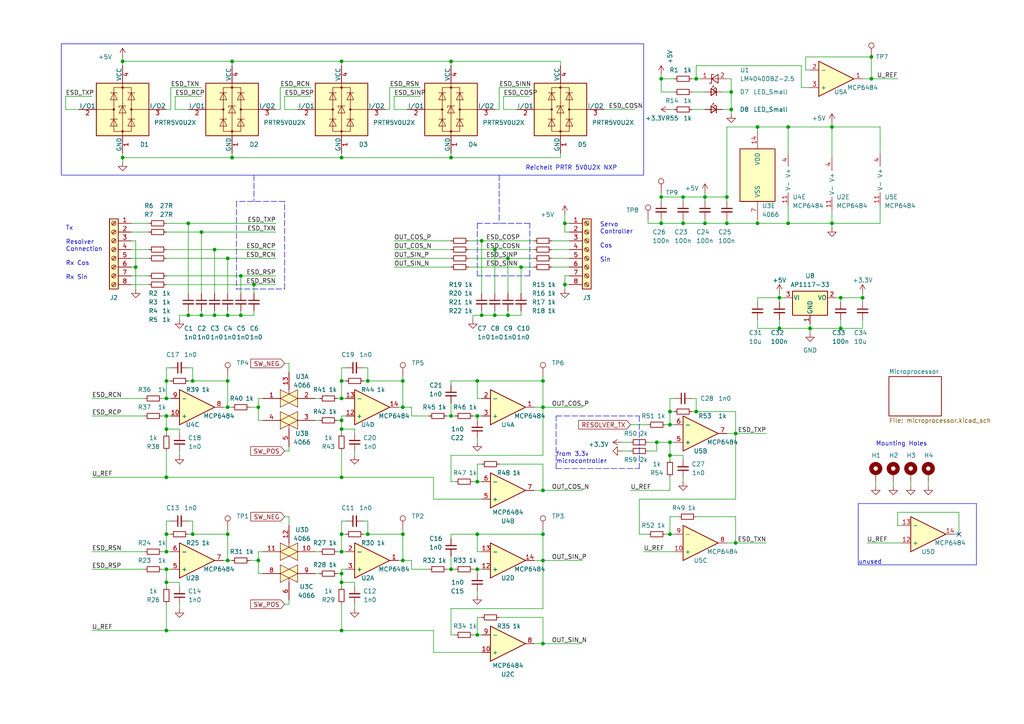
<source format=kicad_sch>
(kicad_sch (version 20221206) (generator eeschema)
  (paper "A4")
  (junction (at 138.43 110.49))
  (junction (at 157.48 154.94))
  (junction (at 190.5 128.27))
  (junction (at 157.48 162.56))
  (junction (at 228.6 64.77))
  (junction (at 48.26 120.65))
  (junction (at 67.31 17.78))
  (junction (at 48.26 168.91))
  (junction (at 210.82 64.77))
  (junction (at 143.51 91.44))
  (junction (at 66.04 91.44))
  (junction (at 219.71 64.77))
  (junction (at 66.04 74.93))
  (junction (at 198.12 64.77))
  (junction (at 147.32 91.44))
  (junction (at 138.43 184.15))
  (junction (at 48.26 182.88))
  (junction (at 116.84 118.11))
  (junction (at 143.51 72.39))
  (junction (at 138.43 120.65))
  (junction (at 241.3 36.83))
  (junction (at 99.06 17.78))
  (junction (at 99.06 121.92))
  (junction (at 204.47 64.77))
  (junction (at 157.48 142.24))
  (junction (at 210.82 57.15))
  (junction (at 106.68 154.94))
  (junction (at 212.09 31.75))
  (junction (at 69.85 91.44))
  (junction (at 234.95 95.25))
  (junction (at 74.93 118.11))
  (junction (at 99.06 110.49))
  (junction (at 163.83 82.55))
  (junction (at 99.06 166.37))
  (junction (at 157.48 118.11))
  (junction (at 99.06 154.94))
  (junction (at 130.81 120.65))
  (junction (at 99.06 160.02))
  (junction (at 213.36 157.48))
  (junction (at 151.13 77.47))
  (junction (at 99.06 45.72))
  (junction (at 194.31 132.08))
  (junction (at 194.31 123.19))
  (junction (at 226.06 86.36))
  (junction (at 99.06 124.46))
  (junction (at 55.88 154.94))
  (junction (at 252.73 22.86))
  (junction (at 228.6 36.83))
  (junction (at 139.7 69.85))
  (junction (at 58.42 91.44))
  (junction (at 74.93 162.56))
  (junction (at 66.04 154.94))
  (junction (at 69.85 80.01))
  (junction (at 35.56 45.72))
  (junction (at 130.81 45.72))
  (junction (at 116.84 154.94))
  (junction (at 243.84 95.25))
  (junction (at 201.93 119.38))
  (junction (at 48.26 154.94))
  (junction (at 194.31 154.94))
  (junction (at 157.48 186.69))
  (junction (at 138.43 139.7))
  (junction (at 99.06 115.57))
  (junction (at 73.66 82.55))
  (junction (at 54.61 91.44))
  (junction (at 48.26 124.46))
  (junction (at 99.06 138.43))
  (junction (at 48.26 110.49))
  (junction (at 252.73 16.51))
  (junction (at 48.26 165.1))
  (junction (at 55.88 110.49))
  (junction (at 191.77 64.77))
  (junction (at 48.26 115.57))
  (junction (at 66.04 118.11))
  (junction (at 138.43 165.1))
  (junction (at 99.06 168.91))
  (junction (at 66.04 110.49))
  (junction (at 66.04 162.56))
  (junction (at 54.61 64.77))
  (junction (at 194.31 128.27))
  (junction (at 213.36 125.73))
  (junction (at 250.19 86.36))
  (junction (at 130.81 17.78))
  (junction (at 163.83 64.77))
  (junction (at 194.31 119.38))
  (junction (at 116.84 162.56))
  (junction (at 99.06 182.88))
  (junction (at 130.81 165.1))
  (junction (at 201.93 22.86))
  (junction (at 191.77 22.86))
  (junction (at 198.12 57.15))
  (junction (at 35.56 17.78))
  (junction (at 204.47 57.15))
  (junction (at 58.42 67.31))
  (junction (at 39.37 77.47))
  (junction (at 116.84 110.49))
  (junction (at 226.06 95.25))
  (junction (at 106.68 110.49))
  (junction (at 191.77 57.15))
  (junction (at 62.23 72.39))
  (junction (at 48.26 160.02))
  (junction (at 48.26 138.43))
  (junction (at 212.09 26.67))
  (junction (at 243.84 86.36))
  (junction (at 139.7 91.44))
  (junction (at 147.32 74.93))
  (junction (at 241.3 64.77))
  (junction (at 62.23 91.44))
  (junction (at 157.48 110.49))
  (junction (at 67.31 45.72))
  (junction (at 138.43 154.94))
  (junction (at 219.71 36.83))
  (no_connect (at 278.13 154.94))
  (wire (pts (xy 210.82 125.73) (xy 213.36 125.73)))
  (wire (pts (xy 62.23 91.44) (xy 58.42 91.44)))
  (wire (pts (xy 198.12 133.35) (xy 198.12 132.08)))
  (wire (pts (xy 48.26 138.43) (xy 99.06 138.43)))
  (wire (pts (xy 114.3 31.75) (xy 114.3 27.94)))
  (wire (pts (xy 138.43 165.1) (xy 138.43 166.37)))
  (wire (pts (xy 138.43 154.94) (xy 157.48 154.94)))
  (wire (pts (xy 165.1 64.77) (xy 163.83 64.77)))
  (wire (pts (xy 66.04 118.11) (xy 67.31 118.11)))
  (wire (pts (xy 35.56 17.78) (xy 35.56 19.05)))
  (wire (pts (xy 186.69 160.02) (xy 195.58 160.02)))
  (wire (pts (xy 198.12 138.43) (xy 198.12 139.7)))
  (polyline (pts (xy 153.67 64.77) (xy 138.43 64.77)) (stroke (width 0) (type dash)))
  (wire (pts (xy 74.93 160.02) (xy 76.2 160.02)))
  (wire (pts (xy 83.82 152.4) (xy 83.82 149.86)))
  (wire (pts (xy 58.42 90.17) (xy 58.42 91.44)))
  (wire (pts (xy 81.28 31.75) (xy 81.28 25.4)))
  (wire (pts (xy 52.07 130.81) (xy 52.07 132.08)))
  (wire (pts (xy 195.58 115.57) (xy 194.31 115.57)))
  (wire (pts (xy 137.16 165.1) (xy 138.43 165.1)))
  (wire (pts (xy 210.82 64.77) (xy 210.82 63.5)))
  (wire (pts (xy 194.31 132.08) (xy 194.31 133.35)))
  (wire (pts (xy 219.71 36.83) (xy 219.71 38.1)))
  (wire (pts (xy 138.43 120.65) (xy 138.43 121.92)))
  (wire (pts (xy 219.71 64.77) (xy 228.6 64.77)))
  (wire (pts (xy 67.31 45.72) (xy 99.06 45.72)))
  (polyline (pts (xy 161.29 135.89) (xy 161.29 120.65)) (stroke (width 0) (type dash)))
  (wire (pts (xy 147.32 74.93) (xy 147.32 85.09)))
  (wire (pts (xy 82.55 130.81) (xy 83.82 130.81)))
  (wire (pts (xy 138.43 179.07) (xy 138.43 184.15)))
  (wire (pts (xy 116.84 109.22) (xy 116.84 110.49)))
  (wire (pts (xy 48.26 165.1) (xy 49.53 165.1)))
  (wire (pts (xy 99.06 124.46) (xy 99.06 125.73)))
  (wire (pts (xy 165.1 67.31) (xy 163.83 67.31)))
  (polyline (pts (xy 185.42 120.65) (xy 185.42 135.89)) (stroke (width 0) (type dash)))
  (wire (pts (xy 130.81 154.94) (xy 138.43 154.94)))
  (wire (pts (xy 74.93 115.57) (xy 74.93 118.11)))
  (wire (pts (xy 130.81 132.08) (xy 157.48 132.08)))
  (wire (pts (xy 38.1 72.39) (xy 43.18 72.39)))
  (wire (pts (xy 147.32 74.93) (xy 154.94 74.93)))
  (wire (pts (xy 49.53 31.75) (xy 49.53 25.4)))
  (polyline (pts (xy 248.92 146.05) (xy 248.92 163.83)))
  (wire (pts (xy 54.61 31.75) (xy 50.8 31.75)))
  (wire (pts (xy 157.48 142.24) (xy 157.48 134.62)))
  (wire (pts (xy 82.55 149.86) (xy 83.82 149.86)))
  (wire (pts (xy 138.43 110.49) (xy 157.48 110.49)))
  (wire (pts (xy 157.48 153.67) (xy 157.48 154.94)))
  (wire (pts (xy 81.28 25.4) (xy 90.17 25.4)))
  (polyline (pts (xy 82.55 58.42) (xy 68.58 58.42)) (stroke (width 0) (type dash)))
  (wire (pts (xy 48.26 124.46) (xy 52.07 124.46)))
  (wire (pts (xy 48.26 130.81) (xy 48.26 138.43)))
  (wire (pts (xy 105.41 151.13) (xy 106.68 151.13)))
  (wire (pts (xy 100.33 165.1) (xy 99.06 165.1)))
  (wire (pts (xy 259.08 139.7) (xy 259.08 140.97)))
  (wire (pts (xy 130.81 165.1) (xy 132.08 165.1)))
  (wire (pts (xy 137.16 139.7) (xy 138.43 139.7)))
  (wire (pts (xy 82.55 105.41) (xy 83.82 105.41)))
  (wire (pts (xy 139.7 91.44) (xy 143.51 91.44)))
  (polyline (pts (xy 73.66 50.8) (xy 73.66 58.42)) (stroke (width 0) (type dash)))
  (wire (pts (xy 191.77 55.88) (xy 191.77 57.15)))
  (wire (pts (xy 160.02 72.39) (xy 165.1 72.39)))
  (wire (pts (xy 99.06 151.13) (xy 100.33 151.13)))
  (wire (pts (xy 139.7 69.85) (xy 154.94 69.85)))
  (wire (pts (xy 35.56 45.72) (xy 35.56 46.99)))
  (wire (pts (xy 139.7 189.23) (xy 125.73 189.23)))
  (wire (pts (xy 232.41 25.4) (xy 234.95 25.4)))
  (wire (pts (xy 138.43 165.1) (xy 139.7 165.1)))
  (wire (pts (xy 255.27 36.83) (xy 255.27 44.45)))
  (wire (pts (xy 115.57 118.11) (xy 116.84 118.11)))
  (wire (pts (xy 74.93 162.56) (xy 74.93 166.37)))
  (wire (pts (xy 62.23 72.39) (xy 80.01 72.39)))
  (wire (pts (xy 102.87 130.81) (xy 102.87 132.08)))
  (wire (pts (xy 213.36 149.86) (xy 213.36 157.48)))
  (wire (pts (xy 243.84 86.36) (xy 250.19 86.36)))
  (wire (pts (xy 62.23 72.39) (xy 62.23 85.09)))
  (wire (pts (xy 48.26 120.65) (xy 49.53 120.65)))
  (wire (pts (xy 264.16 139.7) (xy 264.16 140.97)))
  (wire (pts (xy 26.67 120.65) (xy 41.91 120.65)))
  (wire (pts (xy 91.44 115.57) (xy 92.71 115.57)))
  (wire (pts (xy 213.36 125.73) (xy 213.36 144.78)))
  (wire (pts (xy 260.35 152.4) (xy 260.35 148.59)))
  (wire (pts (xy 97.79 160.02) (xy 99.06 160.02)))
  (wire (pts (xy 191.77 57.15) (xy 198.12 57.15)))
  (wire (pts (xy 74.93 118.11) (xy 74.93 121.92)))
  (wire (pts (xy 194.31 31.75) (xy 195.58 31.75)))
  (wire (pts (xy 48.26 168.91) (xy 52.07 168.91)))
  (wire (pts (xy 242.57 86.36) (xy 243.84 86.36)))
  (wire (pts (xy 144.78 25.4) (xy 153.67 25.4)))
  (wire (pts (xy 250.19 95.25) (xy 250.19 92.71)))
  (wire (pts (xy 48.26 151.13) (xy 49.53 151.13)))
  (polyline (pts (xy 161.29 120.65) (xy 185.42 120.65)) (stroke (width 0) (type dash)))
  (wire (pts (xy 66.04 154.94) (xy 66.04 162.56)))
  (wire (pts (xy 278.13 154.94) (xy 276.86 154.94)))
  (wire (pts (xy 149.86 31.75) (xy 146.05 31.75)))
  (wire (pts (xy 99.06 120.65) (xy 99.06 121.92)))
  (wire (pts (xy 210.82 57.15) (xy 210.82 58.42)))
  (wire (pts (xy 116.84 154.94) (xy 116.84 162.56)))
  (wire (pts (xy 200.66 115.57) (xy 201.93 115.57)))
  (wire (pts (xy 82.55 27.94) (xy 90.17 27.94)))
  (wire (pts (xy 48.26 31.75) (xy 49.53 31.75)))
  (wire (pts (xy 201.93 19.05) (xy 232.41 19.05)))
  (wire (pts (xy 143.51 31.75) (xy 144.78 31.75)))
  (wire (pts (xy 147.32 91.44) (xy 151.13 91.44)))
  (wire (pts (xy 76.2 121.92) (xy 74.93 121.92)))
  (wire (pts (xy 193.04 123.19) (xy 194.31 123.19)))
  (wire (pts (xy 48.26 160.02) (xy 49.53 160.02)))
  (wire (pts (xy 160.02 74.93) (xy 165.1 74.93)))
  (wire (pts (xy 219.71 95.25) (xy 226.06 95.25)))
  (wire (pts (xy 160.02 77.47) (xy 165.1 77.47)))
  (wire (pts (xy 106.68 151.13) (xy 106.68 154.94)))
  (wire (pts (xy 130.81 120.65) (xy 132.08 120.65)))
  (wire (pts (xy 99.06 166.37) (xy 99.06 168.91)))
  (wire (pts (xy 139.7 115.57) (xy 138.43 115.57)))
  (wire (pts (xy 66.04 162.56) (xy 67.31 162.56)))
  (wire (pts (xy 83.82 129.54) (xy 83.82 130.81)))
  (wire (pts (xy 72.39 162.56) (xy 74.93 162.56)))
  (wire (pts (xy 146.05 31.75) (xy 146.05 27.94)))
  (wire (pts (xy 195.58 123.19) (xy 194.31 123.19)))
  (wire (pts (xy 187.96 64.77) (xy 191.77 64.77)))
  (wire (pts (xy 163.83 80.01) (xy 163.83 82.55)))
  (wire (pts (xy 54.61 110.49) (xy 55.88 110.49)))
  (wire (pts (xy 58.42 91.44) (xy 54.61 91.44)))
  (wire (pts (xy 250.19 85.09) (xy 250.19 86.36)))
  (wire (pts (xy 234.95 20.32) (xy 233.68 20.32)))
  (wire (pts (xy 99.06 45.72) (xy 130.81 45.72)))
  (wire (pts (xy 157.48 186.69) (xy 168.91 186.69)))
  (wire (pts (xy 115.57 162.56) (xy 116.84 162.56)))
  (wire (pts (xy 91.44 121.92) (xy 92.71 121.92)))
  (wire (pts (xy 48.26 175.26) (xy 48.26 182.88)))
  (wire (pts (xy 69.85 91.44) (xy 66.04 91.44)))
  (wire (pts (xy 48.26 64.77) (xy 54.61 64.77)))
  (wire (pts (xy 180.34 128.27) (xy 182.88 128.27)))
  (wire (pts (xy 139.7 69.85) (xy 139.7 85.09)))
  (wire (pts (xy 83.82 107.95) (xy 83.82 105.41)))
  (wire (pts (xy 194.31 115.57) (xy 194.31 119.38)))
  (wire (pts (xy 241.3 64.77) (xy 241.3 66.04)))
  (wire (pts (xy 204.47 57.15) (xy 210.82 57.15)))
  (wire (pts (xy 102.87 124.46) (xy 102.87 125.73)))
  (polyline (pts (xy 144.78 50.8) (xy 144.78 64.77)) (stroke (width 0) (type dash)))
  (wire (pts (xy 228.6 64.77) (xy 241.3 64.77)))
  (wire (pts (xy 219.71 36.83) (xy 228.6 36.83)))
  (wire (pts (xy 234.95 95.25) (xy 234.95 96.52)))
  (wire (pts (xy 143.51 72.39) (xy 143.51 85.09)))
  (wire (pts (xy 130.81 156.21) (xy 130.81 154.94)))
  (wire (pts (xy 278.13 148.59) (xy 278.13 154.94)))
  (wire (pts (xy 185.42 154.94) (xy 185.42 144.78)))
  (polyline (pts (xy 283.21 163.83) (xy 248.92 163.83)))
  (wire (pts (xy 154.94 142.24) (xy 157.48 142.24)))
  (wire (pts (xy 64.77 162.56) (xy 66.04 162.56)))
  (wire (pts (xy 66.04 109.22) (xy 66.04 110.49)))
  (wire (pts (xy 250.19 86.36) (xy 250.19 87.63)))
  (wire (pts (xy 99.06 106.68) (xy 100.33 106.68)))
  (wire (pts (xy 135.89 77.47) (xy 151.13 77.47)))
  (wire (pts (xy 194.31 128.27) (xy 194.31 132.08)))
  (wire (pts (xy 38.1 80.01) (xy 43.18 80.01)))
  (wire (pts (xy 157.48 162.56) (xy 154.94 162.56)))
  (wire (pts (xy 46.99 165.1) (xy 48.26 165.1)))
  (wire (pts (xy 67.31 17.78) (xy 99.06 17.78)))
  (wire (pts (xy 139.7 144.78) (xy 125.73 144.78)))
  (wire (pts (xy 97.79 166.37) (xy 99.06 166.37)))
  (wire (pts (xy 64.77 118.11) (xy 66.04 118.11)))
  (wire (pts (xy 46.99 115.57) (xy 48.26 115.57)))
  (wire (pts (xy 50.8 31.75) (xy 50.8 27.94)))
  (wire (pts (xy 200.66 31.75) (xy 204.47 31.75)))
  (wire (pts (xy 194.31 138.43) (xy 194.31 142.24)))
  (wire (pts (xy 35.56 45.72) (xy 67.31 45.72)))
  (wire (pts (xy 48.26 115.57) (xy 49.53 115.57)))
  (wire (pts (xy 26.67 160.02) (xy 41.91 160.02)))
  (wire (pts (xy 116.84 162.56) (xy 119.38 162.56)))
  (wire (pts (xy 195.58 26.67) (xy 191.77 26.67)))
  (wire (pts (xy 201.93 19.05) (xy 201.93 22.86)))
  (wire (pts (xy 135.89 72.39) (xy 143.51 72.39)))
  (wire (pts (xy 201.93 115.57) (xy 201.93 119.38)))
  (wire (pts (xy 163.83 82.55) (xy 165.1 82.55)))
  (wire (pts (xy 198.12 58.42) (xy 198.12 57.15)))
  (wire (pts (xy 209.55 26.67) (xy 212.09 26.67)))
  (wire (pts (xy 19.05 31.75) (xy 19.05 27.94)))
  (wire (pts (xy 130.81 176.53) (xy 157.48 176.53)))
  (wire (pts (xy 38.1 82.55) (xy 43.18 82.55)))
  (wire (pts (xy 119.38 120.65) (xy 124.46 120.65)))
  (wire (pts (xy 261.62 157.48) (xy 251.46 157.48)))
  (wire (pts (xy 69.85 90.17) (xy 69.85 91.44)))
  (wire (pts (xy 204.47 64.77) (xy 210.82 64.77)))
  (wire (pts (xy 182.88 142.24) (xy 194.31 142.24)))
  (wire (pts (xy 243.84 95.25) (xy 243.84 92.71)))
  (wire (pts (xy 180.34 130.81) (xy 182.88 130.81)))
  (wire (pts (xy 130.81 161.29) (xy 130.81 165.1)))
  (wire (pts (xy 138.43 139.7) (xy 139.7 139.7)))
  (wire (pts (xy 48.26 160.02) (xy 48.26 154.94)))
  (wire (pts (xy 102.87 175.26) (xy 102.87 176.53)))
  (wire (pts (xy 125.73 144.78) (xy 125.73 138.43)))
  (wire (pts (xy 99.06 182.88) (xy 99.06 175.26)))
  (wire (pts (xy 260.35 148.59) (xy 278.13 148.59)))
  (wire (pts (xy 48.26 67.31) (xy 58.42 67.31)))
  (wire (pts (xy 194.31 154.94) (xy 194.31 149.86)))
  (wire (pts (xy 73.66 91.44) (xy 69.85 91.44)))
  (wire (pts (xy 210.82 36.83) (xy 219.71 36.83)))
  (wire (pts (xy 194.31 119.38) (xy 195.58 119.38)))
  (wire (pts (xy 228.6 36.83) (xy 228.6 44.45)))
  (wire (pts (xy 80.01 31.75) (xy 81.28 31.75)))
  (wire (pts (xy 137.16 92.71) (xy 137.16 91.44)))
  (wire (pts (xy 138.43 184.15) (xy 139.7 184.15)))
  (wire (pts (xy 132.08 184.15) (xy 130.81 184.15)))
  (wire (pts (xy 48.26 80.01) (xy 69.85 80.01)))
  (wire (pts (xy 105.41 106.68) (xy 106.68 106.68)))
  (wire (pts (xy 157.48 134.62) (xy 144.78 134.62)))
  (wire (pts (xy 226.06 95.25) (xy 234.95 95.25)))
  (wire (pts (xy 26.67 165.1) (xy 41.91 165.1)))
  (wire (pts (xy 157.48 132.08) (xy 157.48 118.11)))
  (wire (pts (xy 130.81 110.49) (xy 138.43 110.49)))
  (wire (pts (xy 130.81 17.78) (xy 162.56 17.78)))
  (polyline (pts (xy 68.58 58.42) (xy 68.58 83.82)) (stroke (width 0) (type dash)))
  (wire (pts (xy 55.88 106.68) (xy 55.88 110.49)))
  (wire (pts (xy 99.06 168.91) (xy 99.06 170.18)))
  (wire (pts (xy 55.88 154.94) (xy 66.04 154.94)))
  (wire (pts (xy 58.42 67.31) (xy 80.01 67.31)))
  (wire (pts (xy 193.04 154.94) (xy 194.31 154.94)))
  (wire (pts (xy 191.77 64.77) (xy 191.77 63.5)))
  (wire (pts (xy 241.3 36.83) (xy 255.27 36.83)))
  (wire (pts (xy 200.66 22.86) (xy 201.93 22.86)))
  (wire (pts (xy 99.06 154.94) (xy 100.33 154.94)))
  (wire (pts (xy 35.56 16.51) (xy 35.56 17.78)))
  (wire (pts (xy 135.89 74.93) (xy 147.32 74.93)))
  (wire (pts (xy 233.68 16.51) (xy 252.73 16.51)))
  (wire (pts (xy 74.93 160.02) (xy 74.93 162.56)))
  (wire (pts (xy 67.31 17.78) (xy 67.31 19.05)))
  (wire (pts (xy 46.99 160.02) (xy 48.26 160.02)))
  (wire (pts (xy 147.32 90.17) (xy 147.32 91.44)))
  (wire (pts (xy 241.3 35.56) (xy 241.3 36.83)))
  (wire (pts (xy 35.56 17.78) (xy 67.31 17.78)))
  (wire (pts (xy 135.89 69.85) (xy 139.7 69.85)))
  (wire (pts (xy 138.43 171.45) (xy 138.43 172.72)))
  (wire (pts (xy 48.26 182.88) (xy 99.06 182.88)))
  (wire (pts (xy 269.24 139.7) (xy 269.24 140.97)))
  (wire (pts (xy 185.42 144.78) (xy 213.36 144.78)))
  (wire (pts (xy 204.47 63.5) (xy 204.47 64.77)))
  (wire (pts (xy 201.93 119.38) (xy 213.36 119.38)))
  (wire (pts (xy 190.5 128.27) (xy 194.31 128.27)))
  (polyline (pts (xy 283.21 146.05) (xy 283.21 163.83)))
  (wire (pts (xy 99.06 115.57) (xy 100.33 115.57)))
  (wire (pts (xy 48.26 165.1) (xy 48.26 168.91)))
  (wire (pts (xy 137.16 184.15) (xy 138.43 184.15)))
  (wire (pts (xy 99.06 138.43) (xy 99.06 130.81)))
  (wire (pts (xy 200.66 119.38) (xy 201.93 119.38)))
  (wire (pts (xy 210.82 157.48) (xy 213.36 157.48)))
  (wire (pts (xy 114.3 31.75) (xy 118.11 31.75)))
  (wire (pts (xy 139.7 179.07) (xy 138.43 179.07)))
  (wire (pts (xy 243.84 86.36) (xy 243.84 87.63)))
  (wire (pts (xy 83.82 173.99) (xy 83.82 175.26)))
  (wire (pts (xy 99.06 115.57) (xy 99.06 110.49)))
  (wire (pts (xy 119.38 165.1) (xy 124.46 165.1)))
  (wire (pts (xy 143.51 90.17) (xy 143.51 91.44)))
  (wire (pts (xy 210.82 57.15) (xy 210.82 36.83)))
  (wire (pts (xy 137.16 120.65) (xy 138.43 120.65)))
  (wire (pts (xy 54.61 151.13) (xy 55.88 151.13)))
  (polyline (pts (xy 248.92 146.05) (xy 283.21 146.05)))
  (wire (pts (xy 91.44 160.02) (xy 92.71 160.02)))
  (wire (pts (xy 38.1 77.47) (xy 39.37 77.47)))
  (wire (pts (xy 194.31 132.08) (xy 198.12 132.08)))
  (wire (pts (xy 130.81 45.72) (xy 162.56 45.72)))
  (wire (pts (xy 119.38 118.11) (xy 119.38 120.65)))
  (wire (pts (xy 243.84 95.25) (xy 250.19 95.25)))
  (wire (pts (xy 114.3 69.85) (xy 130.81 69.85)))
  (wire (pts (xy 241.3 64.77) (xy 241.3 60.96)))
  (wire (pts (xy 54.61 154.94) (xy 55.88 154.94)))
  (wire (pts (xy 252.73 22.86) (xy 260.35 22.86)))
  (wire (pts (xy 198.12 63.5) (xy 198.12 64.77)))
  (wire (pts (xy 114.3 74.93) (xy 130.81 74.93)))
  (wire (pts (xy 255.27 59.69) (xy 255.27 64.77)))
  (wire (pts (xy 157.48 110.49) (xy 157.48 118.11)))
  (wire (pts (xy 210.82 64.77) (xy 219.71 64.77)))
  (wire (pts (xy 69.85 80.01) (xy 80.01 80.01)))
  (wire (pts (xy 105.41 154.94) (xy 106.68 154.94)))
  (wire (pts (xy 130.81 111.76) (xy 130.81 110.49)))
  (wire (pts (xy 157.48 176.53) (xy 157.48 162.56)))
  (wire (pts (xy 100.33 120.65) (xy 99.06 120.65)))
  (wire (pts (xy 212.09 22.86) (xy 212.09 26.67)))
  (wire (pts (xy 52.07 175.26) (xy 52.07 176.53)))
  (wire (pts (xy 226.06 86.36) (xy 227.33 86.36)))
  (wire (pts (xy 130.81 17.78) (xy 130.81 19.05)))
  (wire (pts (xy 106.68 106.68) (xy 106.68 110.49)))
  (wire (pts (xy 73.66 90.17) (xy 73.66 91.44)))
  (wire (pts (xy 138.43 154.94) (xy 138.43 160.02)))
  (wire (pts (xy 48.26 106.68) (xy 49.53 106.68)))
  (wire (pts (xy 139.7 160.02) (xy 138.43 160.02)))
  (wire (pts (xy 226.06 85.09) (xy 226.06 86.36)))
  (wire (pts (xy 191.77 26.67) (xy 191.77 22.86)))
  (wire (pts (xy 232.41 19.05) (xy 232.41 25.4)))
  (wire (pts (xy 125.73 182.88) (xy 99.06 182.88)))
  (wire (pts (xy 66.04 74.93) (xy 66.04 85.09)))
  (wire (pts (xy 48.26 120.65) (xy 48.26 124.46)))
  (wire (pts (xy 201.93 22.86) (xy 203.2 22.86)))
  (wire (pts (xy 213.36 125.73) (xy 222.25 125.73)))
  (wire (pts (xy 66.04 74.93) (xy 80.01 74.93)))
  (wire (pts (xy 46.99 120.65) (xy 48.26 120.65)))
  (wire (pts (xy 48.26 115.57) (xy 48.26 110.49)))
  (wire (pts (xy 48.26 72.39) (xy 62.23 72.39)))
  (wire (pts (xy 114.3 77.47) (xy 130.81 77.47)))
  (wire (pts (xy 66.04 110.49) (xy 66.04 118.11)))
  (wire (pts (xy 195.58 154.94) (xy 194.31 154.94)))
  (wire (pts (xy 114.3 27.94) (xy 121.92 27.94)))
  (wire (pts (xy 38.1 64.77) (xy 43.18 64.77)))
  (wire (pts (xy 97.79 121.92) (xy 99.06 121.92)))
  (wire (pts (xy 119.38 162.56) (xy 119.38 165.1)))
  (polyline (pts (xy 138.43 64.77) (xy 138.43 80.01)) (stroke (width 0) (type dash)))
  (wire (pts (xy 191.77 22.86) (xy 195.58 22.86)))
  (wire (pts (xy 130.81 184.15) (xy 130.81 176.53)))
  (wire (pts (xy 99.06 121.92) (xy 99.06 124.46)))
  (wire (pts (xy 129.54 120.65) (xy 130.81 120.65)))
  (wire (pts (xy 157.48 186.69) (xy 157.48 179.07)))
  (wire (pts (xy 19.05 27.94) (xy 26.67 27.94)))
  (wire (pts (xy 252.73 16.51) (xy 252.73 22.86)))
  (wire (pts (xy 157.48 154.94) (xy 157.48 162.56)))
  (wire (pts (xy 74.93 115.57) (xy 76.2 115.57)))
  (wire (pts (xy 52.07 170.18) (xy 52.07 168.91)))
  (wire (pts (xy 125.73 138.43) (xy 99.06 138.43)))
  (wire (pts (xy 143.51 91.44) (xy 147.32 91.44)))
  (wire (pts (xy 187.96 154.94) (xy 185.42 154.94)))
  (wire (pts (xy 130.81 139.7) (xy 130.81 132.08)))
  (wire (pts (xy 194.31 123.19) (xy 194.31 119.38)))
  (wire (pts (xy 151.13 77.47) (xy 151.13 85.09)))
  (wire (pts (xy 187.96 128.27) (xy 190.5 128.27)))
  (wire (pts (xy 165.1 80.01) (xy 163.83 80.01)))
  (wire (pts (xy 91.44 166.37) (xy 92.71 166.37)))
  (wire (pts (xy 48.26 154.94) (xy 49.53 154.94)))
  (wire (pts (xy 198.12 64.77) (xy 204.47 64.77)))
  (wire (pts (xy 106.68 110.49) (xy 116.84 110.49)))
  (wire (pts (xy 38.1 74.93) (xy 43.18 74.93)))
  (wire (pts (xy 187.96 130.81) (xy 190.5 130.81)))
  (wire (pts (xy 219.71 86.36) (xy 226.06 86.36)))
  (wire (pts (xy 182.88 123.19) (xy 187.96 123.19)))
  (wire (pts (xy 163.83 82.55) (xy 163.83 83.82)))
  (wire (pts (xy 144.78 31.75) (xy 144.78 25.4)))
  (wire (pts (xy 212.09 31.75) (xy 212.09 33.02)))
  (wire (pts (xy 50.8 27.94) (xy 58.42 27.94)))
  (wire (pts (xy 105.41 110.49) (xy 106.68 110.49)))
  (wire (pts (xy 132.08 139.7) (xy 130.81 139.7)))
  (wire (pts (xy 67.31 45.72) (xy 67.31 44.45)))
  (wire (pts (xy 209.55 31.75) (xy 212.09 31.75)))
  (wire (pts (xy 157.48 109.22) (xy 157.48 110.49)))
  (wire (pts (xy 241.3 45.72) (xy 241.3 36.83)))
  (wire (pts (xy 116.84 153.67) (xy 116.84 154.94)))
  (wire (pts (xy 48.26 110.49) (xy 49.53 110.49)))
  (wire (pts (xy 99.06 165.1) (xy 99.06 166.37)))
  (wire (pts (xy 22.86 31.75) (xy 19.05 31.75)))
  (wire (pts (xy 219.71 87.63) (xy 219.71 86.36)))
  (wire (pts (xy 138.43 127) (xy 138.43 128.27)))
  (wire (pts (xy 210.82 22.86) (xy 212.09 22.86)))
  (wire (pts (xy 54.61 64.77) (xy 54.61 85.09)))
  (wire (pts (xy 99.06 17.78) (xy 99.06 19.05)))
  (wire (pts (xy 113.03 25.4) (xy 121.92 25.4)))
  (wire (pts (xy 26.67 138.43) (xy 48.26 138.43)))
  (wire (pts (xy 116.84 110.49) (xy 116.84 118.11)))
  (wire (pts (xy 219.71 92.71) (xy 219.71 95.25)))
  (wire (pts (xy 73.66 82.55) (xy 73.66 85.09)))
  (wire (pts (xy 58.42 67.31) (xy 58.42 85.09)))
  (wire (pts (xy 76.2 166.37) (xy 74.93 166.37)))
  (wire (pts (xy 48.26 124.46) (xy 48.26 125.73)))
  (wire (pts (xy 163.83 67.31) (xy 163.83 64.77)))
  (wire (pts (xy 194.31 149.86) (xy 196.85 149.86)))
  (wire (pts (xy 162.56 45.72) (xy 162.56 44.45)))
  (wire (pts (xy 137.16 91.44) (xy 139.7 91.44)))
  (wire (pts (xy 213.36 157.48) (xy 222.25 157.48)))
  (wire (pts (xy 191.77 22.86) (xy 191.77 21.59)))
  (wire (pts (xy 54.61 91.44) (xy 52.07 91.44)))
  (wire (pts (xy 52.07 91.44) (xy 52.07 92.71)))
  (wire (pts (xy 125.73 189.23) (xy 125.73 182.88)))
  (wire (pts (xy 82.55 175.26) (xy 83.82 175.26)))
  (wire (pts (xy 191.77 58.42) (xy 191.77 57.15)))
  (wire (pts (xy 234.95 93.98) (xy 234.95 95.25)))
  (wire (pts (xy 213.36 119.38) (xy 213.36 125.73)))
  (wire (pts (xy 116.84 118.11) (xy 119.38 118.11)))
  (wire (pts (xy 157.48 118.11) (xy 154.94 118.11)))
  (wire (pts (xy 72.39 118.11) (xy 74.93 118.11)))
  (wire (pts (xy 130.81 45.72) (xy 130.81 44.45)))
  (wire (pts (xy 86.36 31.75) (xy 82.55 31.75)))
  (wire (pts (xy 204.47 55.88) (xy 204.47 57.15)))
  (wire (pts (xy 102.87 168.91) (xy 102.87 170.18)))
  (wire (pts (xy 139.7 134.62) (xy 138.43 134.62)))
  (wire (pts (xy 160.02 69.85) (xy 165.1 69.85)))
  (wire (pts (xy 66.04 90.17) (xy 66.04 91.44)))
  (wire (pts (xy 106.68 154.94) (xy 116.84 154.94)))
  (wire (pts (xy 99.06 154.94) (xy 99.06 151.13)))
  (wire (pts (xy 52.07 125.73) (xy 52.07 124.46)))
  (wire (pts (xy 111.76 31.75) (xy 113.03 31.75)))
  (wire (pts (xy 48.26 74.93) (xy 66.04 74.93)))
  (wire (pts (xy 99.06 110.49) (xy 100.33 110.49)))
  (wire (pts (xy 187.96 63.5) (xy 187.96 64.77)))
  (polyline (pts (xy 153.67 80.01) (xy 153.67 64.77)) (stroke (width 0) (type dash)))
  (wire (pts (xy 82.55 31.75) (xy 82.55 27.94)))
  (wire (pts (xy 99.06 124.46) (xy 102.87 124.46)))
  (wire (pts (xy 143.51 72.39) (xy 154.94 72.39)))
  (wire (pts (xy 198.12 64.77) (xy 191.77 64.77)))
  (wire (pts (xy 113.03 31.75) (xy 113.03 25.4)))
  (wire (pts (xy 151.13 90.17) (xy 151.13 91.44)))
  (wire (pts (xy 151.13 77.47) (xy 154.94 77.47)))
  (wire (pts (xy 97.79 115.57) (xy 99.06 115.57)))
  (polyline (pts (xy 138.43 80.01) (xy 153.67 80.01)) (stroke (width 0) (type dash)))
  (wire (pts (xy 66.04 153.67) (xy 66.04 154.94)))
  (wire (pts (xy 175.26 31.75) (xy 184.15 31.75)))
  (wire (pts (xy 157.48 162.56) (xy 168.91 162.56)))
  (wire (pts (xy 39.37 69.85) (xy 39.37 77.47)))
  (wire (pts (xy 198.12 57.15) (xy 204.47 57.15)))
  (wire (pts (xy 219.71 63.5) (xy 219.71 64.77)))
  (wire (pts (xy 154.94 186.69) (xy 157.48 186.69)))
  (wire (pts (xy 55.88 110.49) (xy 66.04 110.49)))
  (wire (pts (xy 99.06 45.72) (xy 99.06 44.45)))
  (wire (pts (xy 38.1 69.85) (xy 39.37 69.85)))
  (wire (pts (xy 157.48 179.07) (xy 144.78 179.07)))
  (wire (pts (xy 146.05 27.94) (xy 153.67 27.94)))
  (wire (pts (xy 228.6 59.69) (xy 228.6 64.77)))
  (wire (pts (xy 201.93 149.86) (xy 213.36 149.86)))
  (wire (pts (xy 26.67 182.88) (xy 48.26 182.88)))
  (wire (pts (xy 233.68 20.32) (xy 233.68 16.51)))
  (wire (pts (xy 54.61 64.77) (xy 80.01 64.77)))
  (wire (pts (xy 241.3 64.77) (xy 255.27 64.77)))
  (wire (pts (xy 157.48 118.11) (xy 168.91 118.11)))
  (wire (pts (xy 138.43 110.49) (xy 138.43 115.57)))
  (wire (pts (xy 163.83 62.23) (xy 163.83 64.77)))
  (wire (pts (xy 99.06 160.02) (xy 99.06 154.94)))
  (wire (pts (xy 48.26 82.55) (xy 73.66 82.55)))
  (wire (pts (xy 114.3 72.39) (xy 130.81 72.39)))
  (wire (pts (xy 26.67 115.57) (xy 41.91 115.57)))
  (wire (pts (xy 250.19 22.86) (xy 252.73 22.86)))
  (wire (pts (xy 99.06 168.91) (xy 102.87 168.91)))
  (wire (pts (xy 261.62 152.4) (xy 260.35 152.4)))
  (wire (pts (xy 190.5 128.27) (xy 190.5 130.81)))
  (wire (pts (xy 69.85 80.01) (xy 69.85 85.09)))
  (wire (pts (xy 66.04 91.44) (xy 62.23 91.44)))
  (wire (pts (xy 49.53 25.4) (xy 58.42 25.4)))
  (wire (pts (xy 138.43 134.62) (xy 138.43 139.7)))
  (polyline (pts (xy 68.58 83.82) (xy 82.55 83.82)) (stroke (width 0) (type dash)))
  (wire (pts (xy 162.56 17.78) (xy 162.56 19.05)))
  (wire (pts (xy 38.1 67.31) (xy 43.18 67.31)))
  (wire (pts (xy 139.7 90.17) (xy 139.7 91.44)))
  (wire (pts (xy 48.26 168.91) (xy 48.26 170.18)))
  (wire (pts (xy 54.61 90.17) (xy 54.61 91.44)))
  (wire (pts (xy 194.31 128.27) (xy 195.58 128.27)))
  (wire (pts (xy 73.66 82.55) (xy 80.01 82.55)))
  (wire (pts (xy 55.88 151.13) (xy 55.88 154.94)))
  (polyline (pts (xy 82.55 83.82) (xy 82.55 58.42)) (stroke (width 0) (type dash)))
  (wire (pts (xy 204.47 57.15) (xy 204.47 58.42)))
  (wire (pts (xy 99.06 160.02) (xy 100.33 160.02)))
  (wire (pts (xy 39.37 77.47) (xy 39.37 83.82)))
  (wire (pts (xy 48.26 110.49) (xy 48.26 106.68)))
  (wire (pts (xy 254 139.7) (xy 254 140.97)))
  (wire (pts (xy 138.43 120.65) (xy 139.7 120.65)))
  (wire (pts (xy 241.3 36.83) (xy 228.6 36.83)))
  (wire (pts (xy 226.06 86.36) (xy 226.06 87.63)))
  (wire (pts (xy 157.48 142.24) (xy 168.91 142.24)))
  (wire (pts (xy 129.54 165.1) (xy 130.81 165.1)))
  (wire (pts (xy 54.61 106.68) (xy 55.88 106.68)))
  (wire (pts (xy 212.09 26.67) (xy 212.09 31.75)))
  (wire (pts (xy 200.66 26.67) (xy 204.47 26.67)))
  (wire (pts (xy 48.26 154.94) (xy 48.26 151.13)))
  (polyline (pts (xy 161.29 135.89) (xy 185.42 135.89)) (stroke (width 0) (type dash)))
  (wire (pts (xy 35.56 44.45) (xy 35.56 45.72)))
  (wire (pts (xy 62.23 90.17) (xy 62.23 91.44)))
  (wire (pts (xy 234.95 95.25) (xy 243.84 95.25)))
  (wire (pts (xy 130.81 116.84) (xy 130.81 120.65)))
  (wire (pts (xy 99.06 110.49) (xy 99.06 106.68)))
  (wire (pts (xy 99.06 17.78) (xy 130.81 17.78)))
  (wire (pts (xy 226.06 92.71) (xy 226.06 95.25)))
  (rectangle (start 17.78 12.7) (end 186.69 50.8))
  (text "from 3.3v\nmicrocontroller" (at 161.29 134.62 0) (effects (font (size 1.27 1.27)) (justify left bottom)))
  (text "Reichelt PRTR 5V0U2X NXP" (at 152.4 49.53 0) (effects (font (size 1.27 1.27)) (justify left bottom)))
  (text "Mounting Holes" (at 254 129.54 0) (effects (font (size 1.27 1.27)) (justify left bottom)))
  (text "Servo\nController\n\nCos\n\nSin" (at 173.99 76.2 0) (effects (font (size 1.27 1.27)) (justify left bottom)))
  (text "Tx\n\nResolver\nConnection\n\nRx Cos\n\nRx Sin" (at 19.05 81.28 0) (effects (font (size 1.27 1.27)) (justify left bottom)))
  (text "unused" (at 248.92 163.83 0) (effects (font (size 1.27 1.27)) (justify left bottom)))
  (label "ESD_RCN" (at 81.28 25.4 0))
  (label "ESD_TXN" (at 80.01 67.31 180))
  (label "ESD_SINP" (at 140.97 74.93 0))
  (label "ESD_RSN" (at 80.01 82.55 180))
  (label "ESD_RCN" (at 80.01 74.93 180))
  (label "ESD_TXN" (at 222.25 157.48 180))
  (label "ESD_SINN" (at 144.78 25.4 0))
  (label "OUT_SIN_P" (at 160.02 162.56 0))
  (label "ESD_RSN" (at 26.67 160.02 0))
  (label "OUT_COS_N" (at 114.3 72.39 0))
  (label "ESD_RSP" (at 26.67 165.1 0))
  (label "OUT_SIN_N" (at 160.02 186.69 0))
  (label "ESD_RSP" (at 80.01 80.01 180))
  (label "ESD_COSP" (at 146.05 27.94 0))
  (label "ESD_RCP" (at 80.01 72.39 180))
  (label "ESD_COSP" (at 140.97 69.85 0))
  (label "ESD_SINN" (at 140.97 77.47 0))
  (label "U_REF" (at 251.46 157.48 0))
  (label "OUT_COS_P" (at 160.02 118.11 0))
  (label "U_REF" (at 26.67 138.43 0))
  (label "OUT_SIN_P" (at 114.3 74.93 0))
  (label "U_REF" (at 186.69 160.02 0))
  (label "OUT_COS_N" (at 160.02 142.24 0))
  (label "ESD_TXN" (at 49.53 25.4 0))
  (label "ESD_SINP" (at 114.3 27.94 0))
  (label "ESD_COSN" (at 176.53 31.75 0))
  (label "ESD_RCP" (at 26.67 120.65 0))
  (label "OUT_SIN_N" (at 114.3 77.47 0))
  (label "ESD_TXP" (at 222.25 125.73 180))
  (label "ESD_TXP" (at 80.01 64.77 180))
  (label "ESD_RSN" (at 113.03 25.4 0))
  (label "ESD_COSN" (at 140.97 72.39 0))
  (label "ESD_TXP" (at 19.05 27.94 0))
  (label "ESD_RSP" (at 82.55 27.94 0))
  (label "ESD_RCP" (at 50.8 27.94 0))
  (label "U_REF" (at 182.88 142.24 0))
  (label "U_REF" (at 26.67 182.88 0))
  (label "ESD_RCN" (at 26.67 115.57 0))
  (label "U_REF" (at 260.35 22.86 180))
  (label "OUT_COS_P" (at 114.3 69.85 0))
  (global_label "RESOLVER_TX" (shape input) (at 182.88 123.19 180) (property "Intersheetrefs" "${INTERSHEET_REFS}" (effects hide)) (property "Intersheetrefs" "${INTERSHEET_REFS}" (effects hide)))
  (global_label "SW_NEG" (shape input) (at 82.55 149.86 180) (property "Intersheetrefs" "${INTERSHEET_REFS}" (effects hide)) (property "Intersheetrefs" "${INTERSHEET_REFS}" (effects hide)) (property "Intersheetrefs" "${INTERSHEET_REFS}" (effects hide)))
  (global_label "SW_POS" (shape input) (at 82.55 130.81 180) (property "Intersheetrefs" "${INTERSHEET_REFS}" (effects hide)) (property "Intersheetrefs" "${INTERSHEET_REFS}" (effects hide)) (property "Intersheetrefs" "${INTERSHEET_REFS}" (effects hide)) (property "Intersheetrefs" "${INTERSHEET_REFS}" (effects hide)))
  (global_label "SW_NEG" (shape input) (at 82.55 105.41 180) (property "Intersheetrefs" "${INTERSHEET_REFS}" (effects hide)) (property "Intersheetrefs" "${INTERSHEET_REFS}" (effects hide)) (property "Intersheetrefs" "${INTERSHEET_REFS}" (effects hide)) (property "Intersheetrefs" "${INTERSHEET_REFS}" (effects hide)))
  (global_label "SW_POS" (shape input) (at 82.55 175.26 180) (property "Intersheetrefs" "${INTERSHEET_REFS}" (effects hide)) (property "Intersheetrefs" "${INTERSHEET_REFS}" (effects hide)) (property "Intersheetrefs" "${INTERSHEET_REFS}" (effects hide)))
  (symbol (lib_id "Device:R_Small") (at 190.5 154.94 90) (unit 1)
    (property "Reference" "R52" (at 187.96 152.4 90))
    (property "Value" "1k" (at 191.77 152.4 90))
    (property "Footprint" "Resistor_SMD:R_0603_1608Metric" (effects hide))
  )
  (symbol (lib_id "Device:C_Small") (at 143.51 87.63 0) (unit 1)
    (property "Reference" "C8" (at 142.24 95.25 0) (effects (justify left)))
    (property "Value" "1n0" (at 142.24 97.79 0) (effects (justify left)))
    (property "Footprint" "Capacitor_SMD:C_0603_1608Metric" (effects hide))
  )
  (symbol (lib_id "Device:R_Small") (at 69.85 118.11 90) (unit 1)
    (property "Reference" "R40" (at 68.58 115.57 90))
    (property "Value" "1k" (at 72.39 115.57 90))
    (property "Footprint" "Resistor_SMD:R_0603_1608Metric" (effects hide))
  )
  (symbol (lib_id "power:+5V") (at 204.47 55.88 0) (unit 1)
    (property "Reference" "#PWR0118" (effects hide))
    (property "Value" "+5V" (at 200.66 54.61 0))
  )
  (symbol (lib_id "Device:C_Small") (at 139.7 87.63 0) (unit 1)
    (property "Reference" "C7" (at 138.43 95.25 0) (effects (justify left)))
    (property "Value" "1n0" (at 138.43 97.79 0) (effects (justify left)))
    (property "Footprint" "Capacitor_SMD:C_0603_1608Metric" (effects hide))
  )
  (symbol (lib_id "Device:Opamp_Quad") (at 147.32 118.11 0) (mirror x) (unit 1)
    (property "Reference" "U4" (at 147.32 123.19 0))
    (property "Value" "MCP6484" (at 153.67 120.65 0))
    (property "Footprint" "Package_SO:SOIC-14_3.9x8.7mm_P1.27mm" (effects hide))
  )
  (symbol (lib_id "Connector:TestPoint") (at 157.48 153.67 0) (unit 1)
    (property "Reference" "TP3" (at 160.02 149.733 0) (effects (justify left)))
    (property "Value" "TestPoint" (effects hide))
    (property "Footprint" "TestPoint:TestPoint_Pad_1.5x1.5mm" (effects hide))
  )
  (symbol (lib_id "Device:C_Small") (at 147.32 87.63 0) (unit 1)
    (property "Reference" "C9" (at 146.05 95.25 0) (effects (justify left)))
    (property "Value" "1n0" (at 146.05 97.79 0) (effects (justify left)))
    (property "Footprint" "Capacitor_SMD:C_0603_1608Metric" (effects hide))
  )
  (symbol (lib_id "Device:R_Small") (at 185.42 128.27 90) (unit 1)
    (property "Reference" "R50" (at 182.88 125.73 90))
    (property "Value" "2k" (at 186.69 125.73 90))
    (property "Footprint" "Resistor_SMD:R_0603_1608Metric" (effects hide))
  )
  (symbol (lib_id "Connector:Screw_Terminal_01x08") (at 33.02 72.39 0) (mirror y) (unit 1)
    (property "Reference" "J2" (at 33.02 86.36 0))
    (property "Value" "Screw_Terminal_01x08" (effects hide))
    (property "Footprint" "Connector_Phoenix_MSTB:PhoenixContact_MSTBA_2,5_8-G-5,08_1x08_P5.08mm_Horizontal" (effects hide))
  )
  (symbol (lib_id "Device:R_Small") (at 157.48 69.85 90) (unit 1)
    (property "Reference" "R15" (at 156.21 82.55 90))
    (property "Value" "1k" (at 160.02 82.55 90))
    (property "Footprint" "Resistor_SMD:R_0603_1608Metric" (effects hide))
  )
  (symbol (lib_id "Device:R_Small") (at 45.72 72.39 90) (unit 1)
    (property "Reference" "R2" (at 44.45 85.09 90))
    (property "Value" "1k" (at 48.26 85.09 90))
    (property "Footprint" "Resistor_SMD:R_0603_1608Metric" (effects hide))
  )
  (symbol (lib_id "Connector:TestPoint") (at 187.96 63.5 0) (unit 1)
    (property "Reference" "TP8" (at 181.61 60.96 0) (effects (justify left)))
    (property "Value" "TestPoint" (effects hide))
    (property "Footprint" "TestPoint:TestPoint_Pad_1.5x1.5mm" (effects hide))
  )
  (symbol (lib_id "Device:C_Small") (at 198.12 115.57 90) (unit 1)
    (property "Reference" "C28" (at 207.01 115.57 90) (effects (justify left)))
    (property "Value" "1n0" (at 212.09 115.57 90) (effects (justify left)))
    (property "Footprint" "Capacitor_SMD:C_0603_1608Metric" (effects hide))
  )
  (symbol (lib_id "Power_Protection:PRTR5V0U2X") (at 99.06 31.75 0) (unit 1)
    (property "Reference" "D3" (at 105.41 41.91 0))
    (property "Value" "PRTR5V0U2X" (at 114.3 35.56 0))
    (property "Footprint" "Package_TO_SOT_SMD:SOT-143" (effects hide))
    (property "Datasheet" "https://assets.nexperia.com/documents/data-sheet/PRTR5V0U2X.pdf" (effects hide))
  )
  (symbol (lib_id "power:GND") (at 52.07 176.53 0) (unit 1)
    (property "Reference" "#PWR0103" (effects hide))
    (property "Value" "GND" (effects hide))
  )
  (symbol (lib_id "Device:R_Small") (at 199.39 149.86 90) (unit 1)
    (property "Reference" "R49" (at 196.85 147.32 90))
    (property "Value" "1k" (at 200.66 147.32 90))
    (property "Footprint" "Resistor_SMD:R_0603_1608Metric" (effects hide))
  )
  (symbol (lib_id "Device:R_Small") (at 157.48 72.39 90) (unit 1)
    (property "Reference" "R16" (at 156.21 85.09 90))
    (property "Value" "1k" (at 160.02 85.09 90))
    (property "Footprint" "Resistor_SMD:R_0603_1608Metric" (effects hide))
  )
  (symbol (lib_id "Device:R_Small") (at 127 120.65 90) (unit 1)
    (property "Reference" "R45" (at 124.46 118.11 90))
    (property "Value" "1k" (at 128.27 118.11 90))
    (property "Footprint" "Resistor_SMD:R_0603_1608Metric" (effects hide))
  )
  (symbol (lib_id "Mechanical:MountingHole_Pad") (at 269.24 137.16 0) (unit 1)
    (property "Reference" "H4" (at 267.97 132.08 0) (effects (justify left)))
    (property "Value" "MountingHole_Pad" (effects hide))
    (property "Footprint" "MountingHole:MountingHole_2.5mm_Pad" (effects hide))
  )
  (symbol (lib_id "Device:R_Small") (at 102.87 110.49 90) (unit 1)
    (property "Reference" "R44" (at 106.68 113.03 90))
    (property "Value" "1k" (at 110.49 113.03 90))
    (property "Footprint" "Resistor_SMD:R_0603_1608Metric" (effects hide))
  )
  (symbol (lib_id "Device:R_Small") (at 133.35 74.93 90) (unit 1)
    (property "Reference" "R21" (at 132.08 87.63 90))
    (property "Value" "1k" (at 135.89 87.63 90))
    (property "Footprint" "Resistor_SMD:R_0603_1608Metric" (effects hide))
  )
  (symbol (lib_id "Device:C_Small") (at 52.07 128.27 180) (unit 1)
    (property "Reference" "C18" (at 58.42 127 0) (effects (justify left)))
    (property "Value" "1n0" (at 58.42 129.54 0) (effects (justify left)))
    (property "Footprint" "Capacitor_SMD:C_0603_1608Metric" (effects hide))
  )
  (symbol (lib_id "Device:C_Small") (at 130.81 158.75 0) (unit 1)
    (property "Reference" "C16" (at 124.46 156.21 0) (effects (justify left)))
    (property "Value" "1n0" (at 124.46 158.75 0) (effects (justify left)))
    (property "Footprint" "Capacitor_SMD:C_0603_1608Metric" (effects hide))
  )
  (symbol (lib_id "Device:R_Small") (at 134.62 139.7 90) (unit 1)
    (property "Reference" "R47" (at 133.35 137.16 90))
    (property "Value" "1k" (at 137.16 137.16 90))
    (property "Footprint" "Resistor_SMD:R_0603_1608Metric" (effects hide))
  )
  (symbol (lib_id "Device:C_Small") (at 52.07 151.13 90) (unit 1)
    (property "Reference" "C13" (at 52.07 147.32 90) (effects (justify left)))
    (property "Value" "1n0" (at 57.15 147.32 90) (effects (justify left)))
    (property "Footprint" "Capacitor_SMD:C_0603_1608Metric" (effects hide))
  )
  (symbol (lib_id "Connector:TestPoint") (at 116.84 153.67 0) (unit 1)
    (property "Reference" "TP2" (at 119.38 149.733 0) (effects (justify left)))
    (property "Value" "TestPoint" (effects hide))
    (property "Footprint" "TestPoint:TestPoint_Pad_1.5x1.5mm" (effects hide))
  )
  (symbol (lib_id "Device:C_Small") (at 102.87 128.27 180) (unit 1)
    (property "Reference" "C20" (at 109.22 127 0) (effects (justify left)))
    (property "Value" "1n0" (at 109.22 129.54 0) (effects (justify left)))
    (property "Footprint" "Capacitor_SMD:C_0603_1608Metric" (effects hide))
  )
  (symbol (lib_id "Device:R_Small") (at 95.25 160.02 90) (unit 1)
    (property "Reference" "R27" (at 92.71 157.48 90))
    (property "Value" "1k" (at 96.52 157.48 90))
    (property "Footprint" "Resistor_SMD:R_0603_1608Metric" (effects hide))
  )
  (symbol (lib_id "Device:R_Small") (at 198.12 31.75 90) (unit 1)
    (property "Reference" "R55" (at 196.85 34.29 90) (effects (justify left)))
    (property "Value" "1k" (at 200.66 34.29 90) (effects (justify left)))
    (property "Footprint" "Resistor_SMD:R_0603_1608Metric" (effects hide))
  )
  (symbol (lib_id "power:GND") (at 137.16 92.71 0) (unit 1)
    (property "Reference" "#PWR0108" (effects hide))
    (property "Value" "GND" (effects hide))
  )
  (symbol (lib_id "Reference_Voltage:LM4040DBZ-2.5") (at 207.01 22.86 180) (unit 1)
    (property "Reference" "U1" (at 214.63 20.32 0) (effects (justify right)))
    (property "Value" "LM4040DBZ-2.5" (at 214.63 22.86 0) (effects (justify right)))
    (property "Footprint" "Package_TO_SOT_SMD:SOT-23" (effects hide))
    (property "Datasheet" "http://www.ti.com/lit/ds/symlink/lm4040-n.pdf" (effects hide))
  )
  (symbol (lib_id "Connector:TestPoint") (at 66.04 109.22 0) (unit 1)
    (property "Reference" "TP4" (at 68.58 105.283 0) (effects (justify left)))
    (property "Value" "TestPoint" (effects hide))
    (property "Footprint" "TestPoint:TestPoint_Pad_1.5x1.5mm" (effects hide))
  )
  (symbol (lib_id "Device:C_Small") (at 198.12 135.89 180) (unit 1)
    (property "Reference" "C27" (at 204.47 134.62 0) (effects (justify left)))
    (property "Value" "1n0" (at 204.47 137.16 0) (effects (justify left)))
    (property "Footprint" "Capacitor_SMD:C_0603_1608Metric" (effects hide))
  )
  (symbol (lib_id "Device:R_Small") (at 44.45 115.57 90) (unit 1)
    (property "Reference" "R36" (at 41.91 113.03 90))
    (property "Value" "1k" (at 46.99 113.03 90))
    (property "Footprint" "Resistor_SMD:R_0603_1608Metric" (effects hide))
  )
  (symbol (lib_id "Device:Opamp_Quad") (at 203.2 157.48 0) (mirror x) (unit 3)
    (property "Reference" "U5" (at 203.2 162.56 0))
    (property "Value" "MCP6484" (at 209.55 160.02 0))
    (property "Footprint" "Package_SO:SOIC-14_3.9x8.7mm_P1.27mm" (effects hide))
  )
  (symbol (lib_id "Device:R_Small") (at 133.35 69.85 90) (unit 1)
    (property "Reference" "R19" (at 132.08 82.55 90))
    (property "Value" "1k" (at 135.89 82.55 90))
    (property "Footprint" "Resistor_SMD:R_0603_1608Metric" (effects hide))
  )
  (symbol (lib_id "Device:C_Small") (at 102.87 151.13 90) (unit 1)
    (property "Reference" "C11" (at 102.87 147.32 90) (effects (justify left)))
    (property "Value" "1n0" (at 107.95 147.32 90) (effects (justify left)))
    (property "Footprint" "Capacitor_SMD:C_0603_1608Metric" (effects hide))
  )
  (symbol (lib_id "power:GND") (at 39.37 83.82 0) (unit 1)
    (property "Reference" "#PWR0112" (effects hide))
    (property "Value" "GND" (effects hide))
  )
  (symbol (lib_id "Device:C_Small") (at 191.77 60.96 0) (unit 1)
    (property "Reference" "C26" (at 189.23 67.31 0) (effects (justify left)))
    (property "Value" "100n" (at 189.23 69.85 0) (effects (justify left)))
    (property "Footprint" "Capacitor_SMD:C_0603_1608Metric" (effects hide))
  )
  (symbol (lib_id "Device:Opamp_Quad") (at 243.84 53.34 0) (unit 5)
    (property "Reference" "U2" (at 242.57 57.15 0) (effects (justify left)))
    (property "Value" "MCP6484" (at 242.57 59.69 0) (effects (justify left)))
    (property "Footprint" "Package_SO:SOIC-14_3.9x8.7mm_P1.27mm" (effects hide))
  )
  (symbol (lib_id "Connector:TestPoint") (at 116.84 109.22 0) (unit 1)
    (property "Reference" "TP5" (at 119.38 105.283 0) (effects (justify left)))
    (property "Value" "TestPoint" (effects hide))
    (property "Footprint" "TestPoint:TestPoint_Pad_1.5x1.5mm" (effects hide))
  )
  (symbol (lib_id "power:GND") (at 102.87 132.08 0) (unit 1)
    (property "Reference" "#PWR0104" (effects hide))
    (property "Value" "GND" (effects hide))
  )
  (symbol (lib_id "Device:LED_Small") (at 207.01 31.75 0) (mirror y) (unit 1)
    (property "Reference" "D8" (at 215.9 31.75 0))
    (property "Value" "LED_Small" (at 223.52 31.75 0))
    (property "Footprint" "LED_SMD:LED_0603_1608Metric" (effects hide))
  )
  (symbol (lib_id "Device:Opamp_Quad") (at 242.57 22.86 0) (mirror x) (unit 1)
    (property "Reference" "U5" (at 243.84 26.67 0))
    (property "Value" "MCP6484" (at 250.19 25.4 0))
    (property "Footprint" "Package_SO:SOIC-14_3.9x8.7mm_P1.27mm" (effects hide))
  )
  (symbol (lib_id "Device:R_Small") (at 99.06 128.27 180) (unit 1)
    (property "Reference" "R43" (at 95.25 129.54 0))
    (property "Value" "1k" (at 95.25 127 0))
    (property "Footprint" "Resistor_SMD:R_0603_1608Metric" (effects hide))
  )
  (symbol (lib_id "4xxx:4066") (at 83.82 121.92 0) (mirror x) (unit 2)
    (property "Reference" "U3" (at 87.63 125.73 0))
    (property "Value" "4066" (at 87.63 128.27 0))
    (property "Footprint" "Package_SO:SOIC-14_3.9x8.7mm_P1.27mm" (effects hide))
    (property "Datasheet" "http://www.ti.com/lit/ds/symlink/cd4066b.pdf" (effects hide))
  )
  (symbol (lib_id "power:+3.3V") (at 180.34 128.27 90) (unit 1)
    (property "Reference" "#PWR0128" (effects hide))
    (property "Value" "+3.3V" (at 176.53 128.905 90) (effects (justify left)))
  )
  (symbol (lib_id "Device:R_Small") (at 134.62 165.1 90) (unit 1)
    (property "Reference" "R33" (at 133.35 162.56 90))
    (property "Value" "1k" (at 137.16 162.56 90))
    (property "Footprint" "Resistor_SMD:R_0603_1608Metric" (effects hide))
  )
  (symbol (lib_id "power:+3.3V") (at 250.19 85.09 0) (unit 1)
    (property "Reference" "#PWR0130" (effects hide))
    (property "Value" "+3.3V" (at 250.19 81.28 0))
  )
  (symbol (lib_id "power:+5V") (at 191.77 21.59 0) (unit 1)
    (property "Reference" "#PWR0107" (effects hide))
    (property "Value" "+5V" (at 194.31 16.51 90))
  )
  (symbol (lib_id "Device:LED_Small") (at 207.01 26.67 0) (mirror y) (unit 1)
    (property "Reference" "D7" (at 215.9 26.67 0))
    (property "Value" "LED_Small" (at 223.52 26.67 0))
    (property "Footprint" "LED_SMD:LED_0603_1608Metric" (effects hide))
  )
  (symbol (lib_id "Device:R_Small") (at 44.45 165.1 90) (unit 1)
    (property "Reference" "R23" (at 41.91 162.56 90))
    (property "Value" "1k" (at 46.99 162.56 90))
    (property "Footprint" "Resistor_SMD:R_0603_1608Metric" (effects hide))
  )
  (symbol (lib_id "Device:C_Small") (at 243.84 90.17 0) (unit 1)
    (property "Reference" "C33" (at 241.3 96.52 0) (effects (justify left)))
    (property "Value" "100n" (at 241.3 99.06 0) (effects (justify left)))
    (property "Footprint" "Capacitor_SMD:C_0603_1608Metric" (effects hide))
  )
  (symbol (lib_id "Device:C_Small") (at 62.23 87.63 0) (unit 1)
    (property "Reference" "C3" (at 60.96 95.25 0) (effects (justify left)))
    (property "Value" "1n0" (at 60.96 97.79 0) (effects (justify left)))
    (property "Footprint" "Capacitor_SMD:C_0603_1608Metric" (effects hide))
  )
  (symbol (lib_id "Device:R_Small") (at 157.48 77.47 90) (unit 1)
    (property "Reference" "R18" (at 156.21 90.17 90))
    (property "Value" "1k" (at 160.02 90.17 90))
    (property "Footprint" "Resistor_SMD:R_0603_1608Metric" (effects hide))
  )
  (symbol (lib_id "power:GND") (at 52.07 92.71 0) (unit 1)
    (property "Reference" "#PWR0111" (effects hide))
    (property "Value" "GND" (effects hide))
  )
  (symbol (lib_id "Device:R_Small") (at 45.72 67.31 90) (unit 1)
    (property "Reference" "R7" (at 43.18 62.23 90))
    (property "Value" "27R" (at 48.26 62.23 90))
    (property "Footprint" "Resistor_SMD:R_0603_1608Metric" (effects hide))
  )
  (symbol (lib_id "Device:C_Small") (at 226.06 90.17 0) (unit 1)
    (property "Reference" "C32" (at 223.52 96.52 0) (effects (justify left)))
    (property "Value" "100n" (at 223.52 99.06 0) (effects (justify left)))
    (property "Footprint" "Capacitor_SMD:C_0603_1608Metric" (effects hide))
  )
  (symbol (lib_id "Device:C_Small") (at 52.07 172.72 180) (unit 1)
    (property "Reference" "C14" (at 58.42 171.45 0) (effects (justify left)))
    (property "Value" "1n0" (at 58.42 173.99 0) (effects (justify left)))
    (property "Footprint" "Capacitor_SMD:C_0603_1608Metric" (effects hide))
  )
  (symbol (lib_id "Device:R_Small") (at 44.45 160.02 90) (unit 1)
    (property "Reference" "R24" (at 41.91 157.48 90))
    (property "Value" "1k" (at 46.99 157.48 90))
    (property "Footprint" "Resistor_SMD:R_0603_1608Metric" (effects hide))
  )
  (symbol (lib_id "Device:C_Small") (at 151.13 87.63 0) (unit 1)
    (property "Reference" "C10" (at 149.86 95.25 0) (effects (justify left)))
    (property "Value" "1n0" (at 149.86 97.79 0) (effects (justify left)))
    (property "Footprint" "Capacitor_SMD:C_0603_1608Metric" (effects hide))
  )
  (symbol (lib_id "Device:R_Small") (at 99.06 172.72 180) (unit 1)
    (property "Reference" "R29" (at 95.25 173.99 0))
    (property "Value" "1k" (at 95.25 171.45 0))
    (property "Footprint" "Resistor_SMD:R_0603_1608Metric" (effects hide))
  )
  (symbol (lib_id "Connector:TestPoint") (at 191.77 55.88 0) (unit 1)
    (property "Reference" "TP9" (at 193.04 55.88 0) (effects (justify left)))
    (property "Value" "TestPoint" (effects hide))
    (property "Footprint" "TestPoint:TestPoint_Pad_1.5x1.5mm" (effects hide))
  )
  (symbol (lib_id "Device:R_Small") (at 95.25 121.92 90) (unit 1)
    (property "Reference" "R42" (at 92.71 119.38 90))
    (property "Value" "1k" (at 96.52 119.38 90))
    (property "Footprint" "Resistor_SMD:R_0603_1608Metric" (effects hide))
  )
  (symbol (lib_id "power:GND") (at 241.3 66.04 0) (unit 1)
    (property "Reference" "#PWR0117" (effects hide))
    (property "Value" "GND" (effects hide))
  )
  (symbol (lib_id "Device:R_Small") (at 44.45 120.65 90) (unit 1)
    (property "Reference" "R37" (at 41.91 118.11 90))
    (property "Value" "1k" (at 46.99 118.11 90))
    (property "Footprint" "Resistor_SMD:R_0603_1608Metric" (effects hide))
  )
  (symbol (lib_id "4xxx:4066") (at 83.82 166.37 0) (mirror x) (unit 3)
    (property "Reference" "U3" (at 88.9 170.18 0))
    (property "Value" "4066" (at 88.9 172.72 0))
    (property "Footprint" "Package_SO:SOIC-14_3.9x8.7mm_P1.27mm" (effects hide))
    (property "Datasheet" "http://www.ti.com/lit/ds/symlink/cd4066b.pdf" (effects hide))
  )
  (symbol (lib_id "Mechanical:MountingHole_Pad") (at 259.08 137.16 0) (unit 1)
    (property "Reference" "H2" (at 257.81 132.08 0) (effects (justify left)))
    (property "Value" "MountingHole_Pad" (effects hide))
    (property "Footprint" "MountingHole:MountingHole_2.5mm_Pad" (effects hide))
  )
  (symbol (lib_id "Device:R_Small") (at 194.31 135.89 180) (unit 1)
    (property "Reference" "R54" (at 190.5 137.16 0))
    (property "Value" "1k" (at 190.5 134.62 0))
    (property "Footprint" "Resistor_SMD:R_0603_1608Metric" (effects hide))
  )
  (symbol (lib_id "power:+5V") (at 226.06 85.09 0) (unit 1)
    (property "Reference" "#PWR0125" (effects hide))
    (property "Value" "+5V" (at 226.06 81.28 0))
  )
  (symbol (lib_id "power:GND") (at 254 140.97 0) (unit 1)
    (property "Reference" "#PWR0122" (effects hide))
    (property "Value" "GND" (effects hide))
  )
  (symbol (lib_id "Device:Opamp_Quad") (at 147.32 186.69 0) (mirror x) (unit 3)
    (property "Reference" "U2" (at 147.32 195.58 0))
    (property "Value" "MCP6484" (at 147.32 193.04 0))
    (property "Footprint" "Package_SO:SOIC-14_3.9x8.7mm_P1.27mm" (effects hide))
  )
  (symbol (lib_id "Device:Opamp_Quad") (at 107.95 162.56 0) (mirror x) (unit 1)
    (property "Reference" "U2" (at 106.68 167.64 0))
    (property "Value" "MCP6484" (at 114.3 165.1 0))
    (property "Footprint" "Package_SO:SOIC-14_3.9x8.7mm_P1.27mm" (effects hide))
  )
  (symbol (lib_id "power:GND") (at 102.87 176.53 0) (unit 1)
    (property "Reference" "#PWR0102" (effects hide))
    (property "Value" "GND" (effects hide))
  )
  (symbol (lib_id "Power_Protection:PRTR5V0U2X") (at 130.81 31.75 0) (unit 1)
    (property "Reference" "D4" (at 137.16 41.91 0))
    (property "Value" "PRTR5V0U2X" (at 146.05 35.56 0))
    (property "Footprint" "Package_TO_SOT_SMD:SOT-143" (effects hide))
    (property "Datasheet" "https://assets.nexperia.com/documents/data-sheet/PRTR5V0U2X.pdf" (effects hide))
  )
  (symbol (lib_id "Device:Opamp_Quad") (at 231.14 52.07 0) (unit 5)
    (property "Reference" "U4" (at 229.87 57.15 0) (effects (justify left)))
    (property "Value" "MCP6484" (at 229.87 59.69 0) (effects (justify left)))
    (property "Footprint" "Package_SO:SOIC-14_3.9x8.7mm_P1.27mm" (effects hide))
  )
  (symbol (lib_id "Device:R_Small") (at 198.12 22.86 90) (unit 1)
    (property "Reference" "R1" (at 196.85 20.32 90) (effects (justify left)))
    (property "Value" "1k" (at 200.66 20.32 90) (effects (justify left)))
    (property "Footprint" "Resistor_SMD:R_0603_1608Metric" (effects hide))
  )
  (symbol (lib_id "Device:R_Small") (at 134.62 184.15 90) (unit 1)
    (property "Reference" "R34" (at 133.35 181.61 90))
    (property "Value" "1k" (at 137.16 181.61 90))
    (property "Footprint" "Resistor_SMD:R_0603_1608Metric" (effects hide))
  )
  (symbol (lib_id "Mechanical:MountingHole_Pad") (at 254 137.16 0) (unit 1)
    (property "Reference" "H1" (at 252.73 132.08 0) (effects (justify left)))
    (property "Value" "MountingHole_Pad" (effects hide))
    (property "Footprint" "MountingHole:MountingHole_2.5mm_Pad" (effects hide))
  )
  (symbol (lib_id "Device:C_Small") (at 219.71 90.17 0) (unit 1)
    (property "Reference" "C31" (at 217.17 96.52 0) (effects (justify left)))
    (property "Value" "10u" (at 217.17 99.06 0) (effects (justify left)))
    (property "Footprint" "Capacitor_SMD:C_0603_1608Metric" (effects hide))
  )
  (symbol (lib_id "power:GND") (at 269.24 140.97 0) (unit 1)
    (property "Reference" "#PWR0119" (effects hide))
    (property "Value" "GND" (effects hide))
  )
  (symbol (lib_id "power:+5V") (at 163.83 62.23 0) (unit 1)
    (property "Reference" "#PWR0110" (effects hide))
    (property "Value" "+5V" (at 158.75 62.23 0))
  )
  (symbol (lib_id "Device:R_Small") (at 69.85 162.56 90) (unit 1)
    (property "Reference" "R31" (at 68.58 160.02 90))
    (property "Value" "1k" (at 72.39 160.02 90))
    (property "Footprint" "Resistor_SMD:R_0603_1608Metric" (effects hide))
  )
  (symbol (lib_id "power:+5V") (at 35.56 16.51 0) (unit 1)
    (property "Reference" "#PWR0114" (effects hide))
    (property "Value" "+5V" (at 30.48 16.51 0))
  )
  (symbol (lib_id "Device:R_Small") (at 198.12 119.38 90) (unit 1)
    (property "Reference" "R53" (at 204.47 120.65 90))
    (property "Value" "1k" (at 209.55 120.65 90))
    (property "Footprint" "Resistor_SMD:R_0603_1608Metric" (effects hide))
  )
  (symbol (lib_id "Device:Opamp_Quad") (at 203.2 125.73 0) (mirror x) (unit 2)
    (property "Reference" "U5" (at 203.2 130.81 0))
    (property "Value" "MCP6484" (at 209.55 128.27 0))
    (property "Footprint" "Package_SO:SOIC-14_3.9x8.7mm_P1.27mm" (effects hide))
  )
  (symbol (lib_id "Device:C_Small") (at 58.42 87.63 0) (unit 1)
    (property "Reference" "C2" (at 57.15 95.25 0) (effects (justify left)))
    (property "Value" "1n0" (at 57.15 97.79 0) (effects (justify left)))
    (property "Footprint" "Capacitor_SMD:C_0603_1608Metric" (effects hide))
  )
  (symbol (lib_id "4xxx:4066") (at 219.71 50.8 0) (unit 5)
    (property "Reference" "U3" (at 220.98 59.69 0) (effects (justify left)))
    (property "Value" "4066" (at 220.98 62.23 0) (effects (justify left)))
    (property "Footprint" "Package_SO:SOIC-14_3.9x8.7mm_P1.27mm" (effects hide))
    (property "Datasheet" "http://www.ti.com/lit/ds/symlink/cd4066b.pdf" (effects hide))
  )
  (symbol (lib_id "Device:R_Small") (at 45.72 82.55 90) (unit 1)
    (property "Reference" "R5" (at 44.45 92.71 90))
    (property "Value" "1k" (at 48.26 92.71 90))
    (property "Footprint" "Resistor_SMD:R_0603_1608Metric" (effects hide))
  )
  (symbol (lib_id "power:GND") (at 35.56 46.99 0) (unit 1)
    (property "Reference" "#PWR0113" (effects hide))
    (property "Value" "GND" (effects hide))
  )
  (symbol (lib_id "Device:R_Small") (at 157.48 74.93 90) (unit 1)
    (property "Reference" "R17" (at 156.21 87.63 90))
    (property "Value" "1k" (at 160.02 87.63 90))
    (property "Footprint" "Resistor_SMD:R_0603_1608Metric" (effects hide))
  )
  (symbol (lib_id "Power_Protection:PRTR5V0U2X") (at 162.56 31.75 0) (unit 1)
    (property "Reference" "D5" (at 168.91 41.91 0))
    (property "Value" "PRTR5V0U2X" (at 177.8 35.56 0))
    (property "Footprint" "Package_TO_SOT_SMD:SOT-143" (effects hide))
    (property "Datasheet" "https://assets.nexperia.com/documents/data-sheet/PRTR5V0U2X.pdf" (effects hide))
  )
  (symbol (lib_id "Mechanical:MountingHole_Pad") (at 264.16 137.16 0) (unit 1)
    (property "Reference" "H3" (at 262.89 132.08 0) (effects (justify left)))
    (property "Value" "MountingHole_Pad" (effects hide))
    (property "Footprint" "MountingHole:MountingHole_2.5mm_Pad" (effects hide))
  )
  (symbol (lib_id "power:GND") (at 259.08 140.97 0) (unit 1)
    (property "Reference" "#PWR0121" (effects hide))
    (property "Value" "GND" (effects hide))
  )
  (symbol (lib_id "Device:C_Small") (at 66.04 87.63 0) (unit 1)
    (property "Reference" "C4" (at 64.77 95.25 0) (effects (justify left)))
    (property "Value" "1n0" (at 64.77 97.79 0) (effects (justify left)))
    (property "Footprint" "Capacitor_SMD:C_0603_1608Metric" (effects hide))
  )
  (symbol (lib_id "Device:R_Small") (at 133.35 77.47 90) (unit 1)
    (property "Reference" "R22" (at 132.08 90.17 90))
    (property "Value" "1k" (at 135.89 90.17 90))
    (property "Footprint" "Resistor_SMD:R_0603_1608Metric" (effects hide))
  )
  (symbol (lib_id "Device:Opamp_Quad") (at 147.32 162.56 0) (mirror x) (unit 4)
    (property "Reference" "U2" (at 147.32 167.64 0))
    (property "Value" "MCP6484" (at 153.67 165.1 0))
    (property "Footprint" "Package_SO:SOIC-14_3.9x8.7mm_P1.27mm" (effects hide))
  )
  (symbol (lib_id "Device:Opamp_Quad") (at 57.15 162.56 0) (mirror x) (unit 2)
    (property "Reference" "U2" (at 55.88 167.64 0))
    (property "Value" "MCP6484" (at 63.5 165.1 0))
    (property "Footprint" "Package_SO:SOIC-14_3.9x8.7mm_P1.27mm" (effects hide))
  )
  (symbol (lib_id "Power_Protection:PRTR5V0U2X") (at 67.31 31.75 0) (unit 1)
    (property "Reference" "D2" (at 73.66 41.91 0))
    (property "Value" "PRTR5V0U2X" (at 82.55 35.56 0))
    (property "Footprint" "Package_TO_SOT_SMD:SOT-143" (effects hide))
    (property "Datasheet" "https://assets.nexperia.com/documents/data-sheet/PRTR5V0U2X.pdf" (effects hide))
  )
  (symbol (lib_id "Device:C_Small") (at 138.43 124.46 180) (unit 1)
    (property "Reference" "C22" (at 134.62 127 0) (effects (justify left)))
    (property "Value" "1n0" (at 134.62 124.46 0) (effects (justify left)))
    (property "Footprint" "Capacitor_SMD:C_0603_1608Metric" (effects hide))
  )
  (symbol (lib_id "Device:R_Small") (at 52.07 110.49 90) (unit 1)
    (property "Reference" "R39" (at 55.88 113.03 90))
    (property "Value" "1k" (at 59.69 113.03 90))
    (property "Footprint" "Resistor_SMD:R_0603_1608Metric" (effects hide))
  )
  (symbol (lib_id "power:+5V") (at 241.3 35.56 0) (unit 1)
    (property "Reference" "#PWR0106" (effects hide))
    (property "Value" "+5V" (at 237.49 34.29 0))
  )
  (symbol (lib_id "Device:C_Small") (at 69.85 87.63 0) (unit 1)
    (property "Reference" "C5" (at 68.58 95.25 0) (effects (justify left)))
    (property "Value" "1n0" (at 68.58 97.79 0) (effects (justify left)))
    (property "Footprint" "Capacitor_SMD:C_0603_1608Metric" (effects hide))
  )
  (symbol (lib_id "4xxx:4066") (at 83.82 160.02 0) (unit 4)
    (property "Reference" "U3" (at 87.63 153.67 0))
    (property "Value" "4066" (at 87.63 156.21 0))
    (property "Footprint" "Package_SO:SOIC-14_3.9x8.7mm_P1.27mm" (effects hide))
    (property "Datasheet" "http://www.ti.com/lit/ds/symlink/cd4066b.pdf" (effects hide))
  )
  (symbol (lib_id "Connector:Screw_Terminal_01x08") (at 170.18 72.39 0) (unit 1)
    (property "Reference" "J3" (at 170.18 86.36 0))
    (property "Value" "Screw_Terminal_01x08" (effects hide))
    (property "Footprint" "Connector_Phoenix_MSTB:PhoenixContact_MSTBA_2,5_8-G-5,08_1x08_P5.08mm_Horizontal" (effects hide))
  )
  (symbol (lib_id "Device:R_Small") (at 45.72 64.77 90) (unit 1)
    (property "Reference" "R6" (at 43.18 59.69 90))
    (property "Value" "27R" (at 48.26 59.69 90))
    (property "Footprint" "Resistor_SMD:R_0603_1608Metric" (effects hide))
  )
  (symbol (lib_id "Device:C_Small") (at 54.61 87.63 0) (unit 1)
    (property "Reference" "C1" (at 53.34 95.25 0) (effects (justify left)))
    (property "Value" "1n0" (at 53.34 97.79 0) (effects (justify left)))
    (property "Footprint" "Capacitor_SMD:C_0603_1608Metric" (effects hide))
  )
  (symbol (lib_id "Device:R_Small") (at 95.25 166.37 90) (unit 1)
    (property "Reference" "R28" (at 92.71 163.83 90))
    (property "Value" "1k" (at 96.52 163.83 90))
    (property "Footprint" "Resistor_SMD:R_0603_1608Metric" (effects hide))
  )
  (symbol (lib_id "power:GND") (at 264.16 140.97 0) (unit 1)
    (property "Reference" "#PWR0120" (effects hide))
    (property "Value" "GND" (effects hide))
  )
  (symbol (lib_id "Device:R_Small") (at 45.72 80.01 90) (unit 1)
    (property "Reference" "R4" (at 44.45 90.17 90))
    (property "Value" "1k" (at 48.26 90.17 90))
    (property "Footprint" "Resistor_SMD:R_0603_1608Metric" (effects hide))
  )
  (symbol (lib_id "Device:C_Small") (at 102.87 106.68 90) (unit 1)
    (property "Reference" "C19" (at 102.87 102.87 90) (effects (justify left)))
    (property "Value" "1n0" (at 107.95 102.87 90) (effects (justify left)))
    (property "Footprint" "Capacitor_SMD:C_0603_1608Metric" (effects hide))
  )
  (symbol (lib_id "Connector:TestPoint") (at 157.48 109.22 0) (unit 1)
    (property "Reference" "TP6" (at 160.02 105.283 0) (effects (justify left)))
    (property "Value" "TestPoint" (effects hide))
    (property "Footprint" "TestPoint:TestPoint_Pad_1.5x1.5mm" (effects hide))
  )
  (symbol (lib_id "Device:R_Small") (at 198.12 26.67 90) (unit 1)
    (property "Reference" "R14" (at 196.85 29.21 90) (effects (justify left)))
    (property "Value" "1k" (at 200.66 29.21 90) (effects (justify left)))
    (property "Footprint" "Resistor_SMD:R_0603_1608Metric" (effects hide))
  )
  (symbol (lib_id "Device:Opamp_Quad") (at 269.24 154.94 0) (mirror x) (unit 4)
    (property "Reference" "U5" (at 269.24 160.02 0))
    (property "Value" "MCP6484" (at 275.59 157.48 0))
    (property "Footprint" "Package_SO:SOIC-14_3.9x8.7mm_P1.27mm" (effects hide))
  )
  (symbol (lib_id "4xxx:4066") (at 83.82 115.57 0) (unit 1)
    (property "Reference" "U3" (at 87.63 109.22 0))
    (property "Value" "4066" (at 87.63 111.76 0))
    (property "Footprint" "Package_SO:SOIC-14_3.9x8.7mm_P1.27mm" (effects hide))
    (property "Datasheet" "http://www.ti.com/lit/ds/symlink/cd4066b.pdf" (effects hide))
  )
  (symbol (lib_id "Device:R_Small") (at 45.72 74.93 90) (unit 1)
    (property "Reference" "R3" (at 44.45 87.63 90))
    (property "Value" "1k" (at 48.26 87.63 90))
    (property "Footprint" "Resistor_SMD:R_0603_1608Metric" (effects hide))
  )
  (symbol (lib_id "power:GND") (at 52.07 132.08 0) (unit 1)
    (property "Reference" "#PWR0101" (effects hide))
    (property "Value" "GND" (effects hide))
  )
  (symbol (lib_id "Device:Opamp_Quad") (at 147.32 142.24 0) (mirror x) (unit 2)
    (property "Reference" "U4" (at 147.32 151.13 0))
    (property "Value" "MCP6484" (at 147.32 148.59 0))
    (property "Footprint" "Package_SO:SOIC-14_3.9x8.7mm_P1.27mm" (effects hide))
  )
  (symbol (lib_id "power:+3.3V") (at 194.31 31.75 90) (unit 1)
    (property "Reference" "#PWR0131" (effects hide))
    (property "Value" "+3.3V" (at 193.04 34.29 90) (effects (justify left)))
  )
  (symbol (lib_id "Device:R_Small") (at 134.62 120.65 90) (unit 1)
    (property "Reference" "R46" (at 133.35 118.11 90))
    (property "Value" "1k" (at 137.16 118.11 90))
    (property "Footprint" "Resistor_SMD:R_0603_1608Metric" (effects hide))
  )
  (symbol (lib_id "Device:R_Small") (at 102.87 154.94 90) (unit 1)
    (property "Reference" "R30" (at 106.68 157.48 90))
    (property "Value" "1k" (at 110.49 157.48 90))
    (property "Footprint" "Resistor_SMD:R_0603_1608Metric" (effects hide))
  )
  (symbol (lib_id "Device:C_Small") (at 250.19 90.17 0) (unit 1)
    (property "Reference" "C34" (at 247.65 96.52 0) (effects (justify left)))
    (property "Value" "10u" (at 247.65 99.06 0) (effects (justify left)))
    (property "Footprint" "Capacitor_SMD:C_0603_1608Metric" (effects hide))
  )
  (symbol (lib_id "Device:Opamp_Quad") (at 107.95 118.11 0) (mirror x) (unit 4)
    (property "Reference" "U4" (at 106.68 123.19 0))
    (property "Value" "MCP6484" (at 114.3 120.65 0))
    (property "Footprint" "Package_SO:SOIC-14_3.9x8.7mm_P1.27mm" (effects hide))
  )
  (symbol (lib_id "Device:R_Small") (at 52.07 154.94 90) (unit 1)
    (property "Reference" "R25" (at 55.88 157.48 90))
    (property "Value" "1k" (at 59.69 157.48 90))
    (property "Footprint" "Resistor_SMD:R_0603_1608Metric" (effects hide))
  )
  (symbol (lib_id "Power_Protection:PRTR5V0U2X") (at 35.56 31.75 0) (unit 1)
    (property "Reference" "D1" (at 41.91 41.91 0))
    (property "Value" "PRTR5V0U2X" (at 50.8 35.56 0))
    (property "Footprint" "Package_TO_SOT_SMD:SOT-143" (effects hide))
    (property "Datasheet" "https://assets.nexperia.com/documents/data-sheet/PRTR5V0U2X.pdf" (effects hide))
  )
  (symbol (lib_id "Device:C_Small") (at 204.47 60.96 0) (unit 1)
    (property "Reference" "C24" (at 201.93 67.31 0) (effects (justify left)))
    (property "Value" "100n" (at 201.93 69.85 0) (effects (justify left)))
    (property "Footprint" "Capacitor_SMD:C_0603_1608Metric" (effects hide))
  )
  (symbol (lib_id "Device:C_Small") (at 102.87 172.72 180) (unit 1)
    (property "Reference" "C12" (at 109.22 171.45 0) (effects (justify left)))
    (property "Value" "1n0" (at 109.22 173.99 0) (effects (justify left)))
    (property "Footprint" "Capacitor_SMD:C_0603_1608Metric" (effects hide))
  )
  (symbol (lib_id "Device:R_Small") (at 95.25 115.57 90) (unit 1)
    (property "Reference" "R41" (at 92.71 113.03 90))
    (property "Value" "1k" (at 96.52 113.03 90))
    (property "Footprint" "Resistor_SMD:R_0603_1608Metric" (effects hide))
  )
  (symbol (lib_id "power:GND") (at 234.95 96.52 0) (unit 1)
    (property "Reference" "#PWR0126" (effects hide))
    (property "Value" "GND" (at 234.95 101.6 0))
  )
  (symbol (lib_id "Device:R_Small") (at 133.35 72.39 90) (unit 1)
    (property "Reference" "R20" (at 132.08 85.09 90))
    (property "Value" "1k" (at 135.89 85.09 90))
    (property "Footprint" "Resistor_SMD:R_0603_1608Metric" (effects hide))
  )
  (symbol (lib_id "Connector:TestPoint") (at 66.04 153.67 0) (unit 1)
    (property "Reference" "TP1" (at 68.58 149.733 0) (effects (justify left)))
    (property "Value" "TestPoint" (effects hide))
    (property "Footprint" "TestPoint:TestPoint_Pad_1.5x1.5mm" (effects hide))
  )
  (symbol (lib_id "Device:Opamp_Quad") (at 57.15 118.11 0) (mirror x) (unit 3)
    (property "Reference" "U4" (at 55.88 123.19 0))
    (property "Value" "MCP6484" (at 63.5 120.65 0))
    (property "Footprint" "Package_SO:SOIC-14_3.9x8.7mm_P1.27mm" (effects hide))
  )
  (symbol (lib_id "power:GND") (at 138.43 128.27 0) (unit 1)
    (property "Reference" "#PWR0116" (effects hide))
    (property "Value" "GND" (effects hide))
  )
  (symbol (lib_id "Device:Opamp_Quad") (at 257.81 52.07 0) (unit 5)
    (property "Reference" "U5" (at 256.54 57.15 0) (effects (justify left)))
    (property "Value" "MCP6484" (at 256.54 59.69 0) (effects (justify left)))
    (property "Footprint" "Package_SO:SOIC-14_3.9x8.7mm_P1.27mm" (effects hide))
  )
  (symbol (lib_id "power:GND") (at 180.34 130.81 270) (unit 1)
    (property "Reference" "#PWR0123" (effects hide))
    (property "Value" "GND" (effects hide))
  )
  (symbol (lib_id "Device:C_Small") (at 130.81 114.3 0) (unit 1)
    (property "Reference" "C21" (at 124.46 111.76 0) (effects (justify left)))
    (property "Value" "1n0" (at 124.46 114.3 0) (effects (justify left)))
    (property "Footprint" "Capacitor_SMD:C_0603_1608Metric" (effects hide))
  )
  (symbol (lib_id "Device:C_Small") (at 138.43 168.91 180) (unit 1)
    (property "Reference" "C15" (at 134.62 171.45 0) (effects (justify left)))
    (property "Value" "1n0" (at 134.62 168.91 0) (effects (justify left)))
    (property "Footprint" "Capacitor_SMD:C_0603_1608Metric" (effects hide))
  )
  (symbol (lib_id "power:GND") (at 212.09 33.02 0) (unit 1)
    (property "Reference" "#PWR0105" (effects hide))
    (property "Value" "GND" (effects hide))
  )
  (symbol (lib_id "Device:C_Small") (at 73.66 87.63 0) (unit 1)
    (property "Reference" "C6" (at 72.39 95.25 0) (effects (justify left)))
    (property "Value" "1n0" (at 72.39 97.79 0) (effects (justify left)))
    (property "Footprint" "Capacitor_SMD:C_0603_1608Metric" (effects hide))
  )
  (symbol (lib_id "Device:R_Small") (at 48.26 172.72 180) (unit 1)
    (property "Reference" "R26" (at 44.45 173.99 0))
    (property "Value" "1k" (at 44.45 171.45 0))
    (property "Footprint" "Resistor_SMD:R_0603_1608Metric" (effects hide))
  )
  (symbol (lib_id "Device:R_Small") (at 185.42 130.81 90) (unit 1)
    (property "Reference" "R59" (at 182.88 133.35 90))
    (property "Value" "2k" (at 186.69 133.35 90))
    (property "Footprint" "Resistor_SMD:R_0603_1608Metric" (effects hide))
  )
  (symbol (lib_id "Device:R_Small") (at 142.24 134.62 90) (unit 1)
    (property "Reference" "R48" (at 146.05 137.16 90))
    (property "Value" "1k" (at 149.86 137.16 90))
    (property "Footprint" "Resistor_SMD:R_0603_1608Metric" (effects hide))
  )
  (symbol (lib_id "Connector:TestPoint") (at 252.73 16.51 0) (unit 1)
    (property "Reference" "TP7" (at 254 16.51 0) (effects (justify left)))
    (property "Value" "TestPoint" (effects hide))
    (property "Footprint" "TestPoint:TestPoint_Pad_1.5x1.5mm" (effects hide))
  )
  (symbol (lib_id "power:GND") (at 198.12 139.7 0) (unit 1)
    (property "Reference" "#PWR0129" (effects hide))
    (property "Value" "GND" (effects hide))
  )
  (symbol (lib_id "Device:R_Small") (at 142.24 179.07 90) (unit 1)
    (property "Reference" "R35" (at 146.05 181.61 90))
    (property "Value" "1k" (at 149.86 181.61 90))
    (property "Footprint" "Resistor_SMD:R_0603_1608Metric" (effects hide))
  )
  (symbol (lib_id "power:GND") (at 138.43 172.72 0) (unit 1)
    (property "Reference" "#PWR0115" (effects hide))
    (property "Value" "GND" (effects hide))
  )
  (symbol (lib_id "Device:R_Small") (at 190.5 123.19 90) (unit 1)
    (property "Reference" "R51" (at 187.96 120.65 90))
    (property "Value" "1k" (at 191.77 120.65 90))
    (property "Footprint" "Resistor_SMD:R_0603_1608Metric" (effects hide))
  )
  (symbol (lib_id "Device:C_Small") (at 52.07 106.68 90) (unit 1)
    (property "Reference" "C17" (at 52.07 102.87 90) (effects (justify left)))
    (property "Value" "1n0" (at 57.15 102.87 90) (effects (justify left)))
    (property "Footprint" "Capacitor_SMD:C_0603_1608Metric" (effects hide))
  )
  (symbol (lib_id "Device:C_Small") (at 210.82 60.96 0) (unit 1)
    (property "Reference" "C25" (at 208.28 67.31 0) (effects (justify left)))
    (property "Value" "100n" (at 208.28 69.85 0) (effects (justify left)))
    (property "Footprint" "Capacitor_SMD:C_0603_1608Metric" (effects hide))
  )
  (symbol (lib_id "Device:R_Small") (at 48.26 128.27 180) (unit 1)
    (property "Reference" "R38" (at 44.45 129.54 0))
    (property "Value" "1k" (at 44.45 127 0))
    (property "Footprint" "Resistor_SMD:R_0603_1608Metric" (effects hide))
  )
  (symbol (lib_id "Device:R_Small") (at 127 165.1 90) (unit 1)
    (property "Reference" "R32" (at 124.46 162.56 90))
    (property "Value" "1k" (at 128.27 162.56 90))
    (property "Footprint" "Resistor_SMD:R_0603_1608Metric" (effects hide))
  )
  (symbol (lib_id "Device:C_Small") (at 198.12 60.96 0) (unit 1)
    (property "Reference" "C23" (at 195.58 67.31 0) (effects (justify left)))
    (property "Value" "100n" (at 195.58 69.85 0) (effects (justify left)))
    (property "Footprint" "Capacitor_SMD:C_0603_1608Metric" (effects hide))
  )
  (symbol (lib_id "Regulator_Linear:AP1117-33") (at 234.95 86.36 0) (unit 1)
    (property "Reference" "U8" (at 234.95 80.01 0))
    (property "Value" "AP1117-33" (at 234.95 82.55 0))
    (property "Footprint" "Package_TO_SOT_SMD:SOT-223-3_TabPin2" (effects hide))
    (property "Datasheet" "http://www.diodes.com/datasheets/AP1117.pdf" (effects hide))
  )
  (symbol (lib_id "power:GND") (at 163.83 83.82 0) (unit 1)
    (property "Reference" "#PWR0109" (effects hide))
    (property "Value" "GND" (effects hide))
  )
  (sheet (at 257.81 109.22) (size 15.24 11.43) (stroke (width 0.1524))
    (property "Sheetname" "Microprocessor" (at 257.81 108.5084 0) (effects (justify left bottom)))
    (property "Sheetfile" "microprocessor.kicad_sch" (at 257.81 121.2346 0) (effects (justify left top)))
  )
)
</source>
